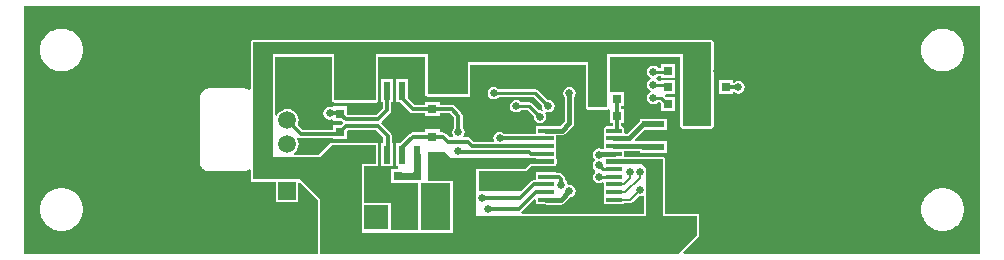
<source format=gbl>
G04*
G04 #@! TF.GenerationSoftware,Altium Limited,Altium Designer,22.1.2 (22)*
G04*
G04 Layer_Physical_Order=2*
G04 Layer_Color=16711680*
%FSAX44Y44*%
%MOMM*%
G71*
G04*
G04 #@! TF.SameCoordinates,85A146D6-B946-4844-9BAA-ECA2B8BB7C66*
G04*
G04*
G04 #@! TF.FilePolarity,Positive*
G04*
G01*
G75*
%ADD10C,0.2500*%
%ADD13C,0.2000*%
%ADD14R,0.8000X0.8000*%
%ADD16R,0.8000X0.8000*%
%ADD25R,1.4000X0.8000*%
%ADD30C,1.5000*%
%ADD52C,0.4000*%
%ADD53C,0.3000*%
%ADD54C,0.5000*%
%ADD55C,2.0000*%
%ADD56R,2.0000X2.0000*%
%ADD57R,1.5000X1.5000*%
%ADD58C,0.6500*%
%ADD59R,0.6000X1.5500*%
G04:AMPARAMS|DCode=60|XSize=1.55mm|YSize=0.6mm|CornerRadius=0.15mm|HoleSize=0mm|Usage=FLASHONLY|Rotation=270.000|XOffset=0mm|YOffset=0mm|HoleType=Round|Shape=RoundedRectangle|*
%AMROUNDEDRECTD60*
21,1,1.5500,0.3000,0,0,270.0*
21,1,1.2500,0.6000,0,0,270.0*
1,1,0.3000,-0.1500,-0.6250*
1,1,0.3000,-0.1500,0.6250*
1,1,0.3000,0.1500,0.6250*
1,1,0.3000,0.1500,-0.6250*
%
%ADD60ROUNDEDRECTD60*%
%ADD61R,0.6000X0.8000*%
%ADD62R,0.8000X1.4000*%
%ADD63R,1.3500X0.4000*%
G04:AMPARAMS|DCode=64|XSize=1.35mm|YSize=0.4mm|CornerRadius=0.1mm|HoleSize=0mm|Usage=FLASHONLY|Rotation=180.000|XOffset=0mm|YOffset=0mm|HoleType=Round|Shape=RoundedRectangle|*
%AMROUNDEDRECTD64*
21,1,1.3500,0.2000,0,0,180.0*
21,1,1.1500,0.4000,0,0,180.0*
1,1,0.2000,-0.5750,0.1000*
1,1,0.2000,0.5750,0.1000*
1,1,0.2000,0.5750,-0.1000*
1,1,0.2000,-0.5750,-0.1000*
%
%ADD64ROUNDEDRECTD64*%
%ADD65R,1.9000X0.6000*%
%ADD66R,1.9000X0.4000*%
%ADD67C,0.6000*%
%ADD68C,0.4500*%
G36*
X00344961Y00140000D02*
X00345000Y00139803D01*
Y00138250D01*
X00346019D01*
X00346220Y00138116D01*
X00347000Y00137961D01*
X00381000D01*
X00381780Y00138116D01*
X00382442Y00138558D01*
X00382884Y00139220D01*
X00383039Y00140000D01*
Y00164961D01*
X00480961D01*
Y00129000D01*
X00481116Y00128220D01*
X00481558Y00127558D01*
X00482220Y00127116D01*
X00483000Y00126961D01*
X00499000D01*
X00499780Y00127116D01*
X00499980Y00127249D01*
X00501250Y00126655D01*
Y00116000D01*
X00503681D01*
Y00113309D01*
X00499000D01*
X00497829Y00113076D01*
X00496837Y00112413D01*
X00496174Y00111421D01*
X00495941Y00110250D01*
Y00108250D01*
X00495988Y00108015D01*
X00496000Y00106750D01*
X00496000Y00106750D01*
X00496000Y00106750D01*
Y00093828D01*
X00494224D01*
X00494048Y00093945D01*
X00492000Y00094353D01*
X00489952Y00093945D01*
X00488215Y00092785D01*
X00487055Y00091048D01*
X00486647Y00089000D01*
X00487055Y00086952D01*
X00488176Y00085274D01*
X00488344Y00084930D01*
Y00084058D01*
X00488176Y00083714D01*
X00487055Y00082036D01*
X00486647Y00079988D01*
X00487055Y00077939D01*
X00488215Y00076203D01*
X00488881Y00075758D01*
Y00074230D01*
X00488215Y00073785D01*
X00487055Y00072048D01*
X00486647Y00070000D01*
X00487055Y00067952D01*
X00488215Y00066215D01*
X00489952Y00065055D01*
X00492000Y00064647D01*
X00494048Y00065055D01*
X00494730Y00065510D01*
X00496000Y00064831D01*
Y00053250D01*
Y00046750D01*
X00513500D01*
Y00047691D01*
X00518250D01*
X00518250Y00047691D01*
X00519421Y00047924D01*
X00520413Y00048587D01*
X00525643Y00053818D01*
X00526500Y00053647D01*
X00528548Y00054055D01*
X00528841Y00054250D01*
X00529961Y00053651D01*
Y00039039D01*
X00426658D01*
X00426273Y00040309D01*
X00426523Y00040477D01*
X00437327Y00051280D01*
X00438500Y00050794D01*
Y00046750D01*
X00446856D01*
X00447250Y00046672D01*
X00459750D01*
X00459750Y00046672D01*
X00461311Y00046982D01*
X00462634Y00047866D01*
X00467518Y00052750D01*
X00469048Y00053055D01*
X00470785Y00054215D01*
X00471945Y00055952D01*
X00472353Y00058000D01*
X00471945Y00060048D01*
X00470785Y00061785D01*
X00469048Y00062945D01*
X00467000Y00063353D01*
X00465749Y00063104D01*
X00465353Y00063500D01*
X00464945Y00065548D01*
X00463785Y00067285D01*
X00463569Y00067430D01*
Y00068000D01*
X00463297Y00069366D01*
X00462523Y00070523D01*
X00460273Y00072773D01*
X00459116Y00073547D01*
X00457750Y00073818D01*
X00456000D01*
Y00074250D01*
X00438500D01*
Y00067319D01*
X00436750D01*
X00435384Y00067047D01*
X00434227Y00066273D01*
X00425953Y00058000D01*
X00390039D01*
Y00074961D01*
X00430000D01*
X00430000Y00074961D01*
X00430780Y00075116D01*
X00431442Y00075558D01*
X00431442Y00075558D01*
X00434845Y00078961D01*
X00437559D01*
X00437780Y00078917D01*
X00450750D01*
X00450971Y00078961D01*
X00454000D01*
X00454780Y00079116D01*
X00454981Y00079250D01*
X00456000D01*
Y00080803D01*
X00456039Y00081000D01*
Y00085000D01*
X00456000Y00085197D01*
Y00092250D01*
Y00098750D01*
Y00105172D01*
X00460250D01*
X00460250Y00105172D01*
X00461811Y00105482D01*
X00463134Y00106366D01*
X00469884Y00113116D01*
X00469884Y00113116D01*
X00470768Y00114439D01*
X00471078Y00116000D01*
X00471078Y00116000D01*
Y00137654D01*
X00471945Y00138952D01*
X00472353Y00141000D01*
X00471945Y00143048D01*
X00470785Y00144785D01*
X00469048Y00145945D01*
X00467000Y00146353D01*
X00464952Y00145945D01*
X00463215Y00144785D01*
X00462055Y00143048D01*
X00461647Y00141000D01*
X00462055Y00138952D01*
X00462922Y00137654D01*
Y00117689D01*
X00458561Y00113328D01*
X00447250D01*
X00446856Y00113250D01*
X00438500D01*
Y00106319D01*
X00412097D01*
X00411785Y00106785D01*
X00410048Y00107945D01*
X00408000Y00108353D01*
X00405952Y00107945D01*
X00404215Y00106785D01*
X00403055Y00105048D01*
X00402647Y00103000D01*
X00403027Y00101089D01*
X00402940Y00100708D01*
X00402465Y00099819D01*
X00386228D01*
X00383523Y00102523D01*
X00382366Y00103297D01*
X00381000Y00103569D01*
X00377881D01*
X00377202Y00104839D01*
X00377945Y00105952D01*
X00378353Y00108000D01*
X00377945Y00110048D01*
X00376785Y00111785D01*
X00376569Y00111930D01*
Y00122000D01*
X00376297Y00123366D01*
X00375523Y00124523D01*
X00369773Y00130273D01*
X00368616Y00131047D01*
X00367250Y00131319D01*
X00357000D01*
Y00133750D01*
X00345000D01*
Y00131319D01*
X00335728D01*
X00330350Y00136697D01*
Y00152750D01*
X00320350D01*
Y00133250D01*
X00323703D01*
X00331727Y00125227D01*
X00332884Y00124453D01*
X00334250Y00124181D01*
X00345000D01*
Y00121750D01*
X00357000D01*
Y00124181D01*
X00365772D01*
X00369431Y00120522D01*
Y00111930D01*
X00369215Y00111785D01*
X00368055Y00110048D01*
X00367647Y00108000D01*
X00368055Y00105952D01*
X00368798Y00104839D01*
X00368119Y00103569D01*
X00365478D01*
X00362273Y00106773D01*
X00361116Y00107547D01*
X00359750Y00107819D01*
X00357000D01*
Y00110250D01*
X00345000D01*
Y00107819D01*
X00334250D01*
X00332884Y00107547D01*
X00331727Y00106773D01*
X00323703Y00098750D01*
X00320350D01*
Y00079250D01*
X00322000D01*
Y00077000D01*
X00316000D01*
Y00065000D01*
X00322000D01*
Y00065000D01*
X00334000D01*
Y00065000D01*
X00338961D01*
X00338961Y00065000D01*
Y00025039D01*
X00315600D01*
Y00048000D01*
X00293039D01*
Y00078961D01*
X00303000D01*
X00303780Y00079116D01*
X00303981Y00079250D01*
X00304950D01*
Y00080552D01*
X00305039Y00081000D01*
Y00097000D01*
X00304950Y00097449D01*
Y00098750D01*
X00303981D01*
X00303780Y00098884D01*
X00303000Y00099039D01*
X00266000D01*
X00265220Y00098884D01*
X00264558Y00098442D01*
X00264558Y00098442D01*
X00255155Y00089039D01*
X00234014D01*
X00233582Y00090309D01*
X00234775Y00091225D01*
X00236298Y00093209D01*
X00237255Y00095520D01*
X00237582Y00098000D01*
X00237255Y00100480D01*
X00236298Y00102791D01*
X00236074Y00103084D01*
X00237031Y00103923D01*
X00237227Y00103727D01*
X00238384Y00102953D01*
X00239750Y00102681D01*
X00267000D01*
Y00102250D01*
X00279000D01*
Y00109203D01*
X00279228Y00109431D01*
X00303522D01*
X00309431Y00103522D01*
Y00098750D01*
X00307650D01*
Y00079250D01*
X00317650D01*
Y00098750D01*
X00316569D01*
Y00105000D01*
X00316297Y00106366D01*
X00315523Y00107523D01*
X00307868Y00115179D01*
X00307650Y00116000D01*
X00307868Y00116821D01*
X00315173Y00124127D01*
X00315947Y00125284D01*
X00316219Y00126650D01*
Y00133250D01*
X00317650D01*
Y00152750D01*
X00307650D01*
Y00133250D01*
X00309081D01*
Y00128128D01*
X00303522Y00122569D01*
X00279228D01*
X00279000Y00122797D01*
Y00129750D01*
X00267000D01*
Y00129721D01*
X00265730Y00129009D01*
X00264000Y00129353D01*
X00261952Y00128945D01*
X00260215Y00127785D01*
X00259055Y00126048D01*
X00258647Y00124000D01*
X00259055Y00121952D01*
X00260215Y00120215D01*
X00261952Y00119055D01*
X00264000Y00118647D01*
X00265730Y00118991D01*
X00267000Y00118279D01*
Y00117750D01*
X00273953D01*
X00274883Y00116821D01*
X00275100Y00116000D01*
X00274883Y00115179D01*
X00273953Y00114250D01*
X00267000D01*
Y00109819D01*
X00241228D01*
X00236749Y00114298D01*
X00237255Y00115520D01*
X00237582Y00118000D01*
X00237255Y00120480D01*
X00236298Y00122791D01*
X00234775Y00124775D01*
X00232791Y00126298D01*
X00230480Y00127255D01*
X00228000Y00127582D01*
X00225520Y00127255D01*
X00223209Y00126298D01*
X00221224Y00124775D01*
X00219702Y00122791D01*
X00219309Y00121843D01*
X00218039Y00122096D01*
Y00171961D01*
X00265961D01*
Y00135000D01*
X00266116Y00134220D01*
X00266558Y00133558D01*
X00267220Y00133116D01*
X00268000Y00132961D01*
X00303000D01*
X00303780Y00133116D01*
X00304442Y00133558D01*
X00304884Y00134220D01*
X00305039Y00135000D01*
Y00171961D01*
X00344961D01*
Y00140000D01*
D02*
G37*
G36*
X00587000Y00161774D02*
X00586647Y00160000D01*
X00587000Y00158226D01*
Y00113000D01*
X00563000D01*
Y00174000D01*
X00499000D01*
Y00129000D01*
X00483000D01*
Y00167000D01*
X00381000D01*
Y00140000D01*
X00347000D01*
Y00174000D01*
X00303000D01*
Y00135000D01*
X00268000D01*
Y00174000D01*
X00216000D01*
Y00087000D01*
X00256000D01*
X00266000Y00097000D01*
X00303000D01*
Y00081000D01*
X00291000D01*
Y00023000D01*
X00340803D01*
X00341000Y00022961D01*
X00366000D01*
X00366197Y00023000D01*
X00368000D01*
Y00024803D01*
X00368039Y00025000D01*
X00368039Y00065000D01*
X00368000Y00065197D01*
Y00067000D01*
X00366197D01*
X00366000Y00067039D01*
X00347000D01*
Y00091000D01*
X00362000D01*
X00367000Y00086000D01*
X00438500Y00086000D01*
Y00085750D01*
X00438500D01*
Y00085500D01*
X00440500D01*
X00441000Y00085000D01*
X00454000Y00085000D01*
Y00081000D01*
X00434000D01*
X00430000Y00077000D01*
X00388000D01*
Y00053774D01*
X00387647Y00052000D01*
X00388000Y00050226D01*
Y00037000D01*
X00532000D01*
Y00077000D01*
X00528000Y00081000D01*
X00498000D01*
Y00085000D01*
X00546000Y00085000D01*
Y00037000D01*
X00575000D01*
Y00021000D01*
X00559000Y00005000D01*
X00256000Y00005002D01*
X00256000Y00051000D01*
X00239000Y00068000D01*
X00199000Y00068000D01*
Y00081911D01*
X00199098Y00082403D01*
Y00082403D01*
Y00082403D01*
Y00083000D01*
X00199098Y00137000D01*
Y00137597D01*
Y00137597D01*
Y00137597D01*
X00199000Y00138089D01*
Y00184000D01*
X00587000D01*
Y00161774D01*
D02*
G37*
G36*
X00814902Y00005098D02*
X00563641D01*
X00563155Y00006271D01*
X00576442Y00019558D01*
X00576884Y00020220D01*
X00577039Y00021000D01*
Y00037000D01*
X00576884Y00037780D01*
X00576442Y00038442D01*
X00575780Y00038884D01*
X00575000Y00039039D01*
X00548039D01*
Y00085000D01*
X00547884Y00085780D01*
X00547442Y00086442D01*
X00546780Y00086884D01*
X00546000Y00087039D01*
X00513500Y00087039D01*
Y00092121D01*
X00526500D01*
Y00090500D01*
X00549500D01*
Y00100500D01*
X00526500D01*
Y00100278D01*
X00522705D01*
X00522219Y00101452D01*
X00530268Y00109500D01*
X00549500D01*
Y00119500D01*
X00526500D01*
Y00117268D01*
X00516061Y00106828D01*
X00514569D01*
X00513529Y00108098D01*
X00513559Y00108250D01*
Y00110250D01*
X00513326Y00111421D01*
X00512663Y00112413D01*
X00511670Y00113076D01*
X00510818Y00113245D01*
Y00116000D01*
X00513250D01*
Y00128000D01*
X00510818D01*
Y00130000D01*
X00513250D01*
Y00142000D01*
X00501250D01*
X00501039Y00143183D01*
Y00171961D01*
X00560961D01*
Y00113000D01*
X00561116Y00112220D01*
X00561558Y00111558D01*
X00562220Y00111116D01*
X00563000Y00110961D01*
X00587000D01*
X00587780Y00111116D01*
X00588442Y00111558D01*
X00588884Y00112220D01*
X00589039Y00113000D01*
Y00158226D01*
X00589000Y00158423D01*
Y00158624D01*
X00588750Y00159881D01*
Y00160119D01*
X00589000Y00161376D01*
Y00161577D01*
X00589039Y00161774D01*
Y00184000D01*
X00588884Y00184780D01*
X00588442Y00185442D01*
X00587780Y00185884D01*
X00587000Y00186039D01*
X00199000D01*
X00198220Y00185884D01*
X00197558Y00185442D01*
X00197116Y00184780D01*
X00196961Y00184000D01*
Y00144237D01*
X00195691Y00143558D01*
X00194650Y00144253D01*
X00193548Y00144710D01*
X00191597Y00145098D01*
X00161403Y00145098D01*
X00159452Y00144710D01*
X00158350Y00144253D01*
X00156696Y00143148D01*
X00156696Y00143148D01*
X00155852Y00142304D01*
X00154747Y00140650D01*
X00154290Y00139548D01*
X00153902Y00137597D01*
X00153902Y00082403D01*
X00154290Y00080452D01*
X00154747Y00079350D01*
X00155852Y00077696D01*
X00156696Y00076852D01*
X00158350Y00075747D01*
X00159452Y00075290D01*
X00161403Y00074902D01*
X00191597Y00074902D01*
X00193548Y00075290D01*
X00194650Y00075747D01*
X00195691Y00076442D01*
X00196961Y00075763D01*
Y00068000D01*
X00197116Y00067220D01*
X00197558Y00066558D01*
X00198220Y00066116D01*
X00199000Y00065961D01*
X00218500Y00065961D01*
Y00048500D01*
X00237500D01*
Y00064820D01*
X00238770Y00065346D01*
X00253961Y00050155D01*
X00253961Y00005098D01*
X00005098D01*
Y00214902D01*
X00814902D01*
Y00005098D01*
D02*
G37*
G36*
X00366000Y00025000D02*
X00341000D01*
Y00065000D01*
X00366000D01*
X00366000Y00025000D01*
D02*
G37*
%LPC*%
G36*
X00403000Y00146353D02*
X00400952Y00145945D01*
X00399215Y00144785D01*
X00398055Y00143048D01*
X00397647Y00141000D01*
X00398055Y00138952D01*
X00399215Y00137215D01*
X00400952Y00136055D01*
X00403000Y00135647D01*
X00405048Y00136055D01*
X00406785Y00137215D01*
X00407100Y00137686D01*
X00436627D01*
X00443758Y00130556D01*
X00443647Y00130000D01*
X00444055Y00127952D01*
X00444680Y00127016D01*
X00444363Y00126479D01*
X00443840Y00125987D01*
X00442000Y00126353D01*
X00441444Y00126242D01*
X00435343Y00132343D01*
X00434268Y00133061D01*
X00433000Y00133314D01*
X00426100D01*
X00425785Y00133785D01*
X00424048Y00134945D01*
X00422000Y00135353D01*
X00419952Y00134945D01*
X00418215Y00133785D01*
X00417055Y00132048D01*
X00416647Y00130000D01*
X00417055Y00127952D01*
X00418215Y00126215D01*
X00419952Y00125055D01*
X00422000Y00124647D01*
X00424048Y00125055D01*
X00425785Y00126215D01*
X00426100Y00126686D01*
X00431628D01*
X00436758Y00121556D01*
X00436647Y00121000D01*
X00437055Y00118952D01*
X00438215Y00117215D01*
X00439952Y00116055D01*
X00442000Y00115647D01*
X00444048Y00116055D01*
X00445785Y00117215D01*
X00446945Y00118952D01*
X00447353Y00121000D01*
X00446945Y00123048D01*
X00446320Y00123984D01*
X00446637Y00124521D01*
X00447160Y00125013D01*
X00449000Y00124647D01*
X00451048Y00125055D01*
X00452785Y00126215D01*
X00453945Y00127952D01*
X00454353Y00130000D01*
X00453945Y00132048D01*
X00452785Y00133785D01*
X00451048Y00134945D01*
X00449000Y00135353D01*
X00448444Y00135242D01*
X00440343Y00143343D01*
X00439268Y00144061D01*
X00438000Y00144314D01*
X00407100D01*
X00406785Y00144785D01*
X00405048Y00145945D01*
X00403000Y00146353D01*
D02*
G37*
G36*
X00556750Y00166000D02*
X00544750D01*
Y00162314D01*
X00542100D01*
X00541785Y00162785D01*
X00540048Y00163945D01*
X00538000Y00164353D01*
X00535952Y00163945D01*
X00534215Y00162785D01*
X00533055Y00161048D01*
X00532647Y00159000D01*
X00533055Y00156952D01*
X00534215Y00155215D01*
X00535737Y00154198D01*
X00535851Y00153533D01*
Y00153467D01*
X00535737Y00152802D01*
X00534215Y00151785D01*
X00533055Y00150048D01*
X00532647Y00148000D01*
X00533055Y00145952D01*
X00534215Y00144215D01*
X00535737Y00143198D01*
X00535851Y00142533D01*
Y00142467D01*
X00535737Y00141802D01*
X00534215Y00140785D01*
X00533055Y00139048D01*
X00532647Y00137000D01*
X00533055Y00134952D01*
X00534215Y00133215D01*
X00535952Y00132055D01*
X00538000Y00131647D01*
X00540048Y00132055D01*
X00541785Y00133215D01*
X00542100Y00133686D01*
X00543377D01*
X00544750Y00132314D01*
Y00126000D01*
X00556750D01*
Y00138000D01*
X00548636D01*
X00547966Y00138840D01*
X00548472Y00140000D01*
X00556750D01*
Y00152000D01*
X00544750D01*
Y00151314D01*
X00542100D01*
X00541785Y00151785D01*
X00540262Y00152802D01*
X00540149Y00153467D01*
Y00153533D01*
X00540262Y00154198D01*
X00541785Y00155215D01*
X00542100Y00155686D01*
X00544750D01*
Y00154000D01*
X00556750D01*
Y00166000D01*
D02*
G37*
G36*
X00038280Y00195662D02*
X00035720D01*
X00035227Y00195564D01*
X00034725D01*
X00032213Y00195064D01*
X00031750Y00194872D01*
X00031257Y00194774D01*
X00028891Y00193794D01*
X00028474Y00193515D01*
X00028010Y00193323D01*
X00025881Y00191900D01*
X00025526Y00191545D01*
X00025108Y00191266D01*
X00023297Y00189455D01*
X00023018Y00189038D01*
X00022663Y00188683D01*
X00021241Y00186554D01*
X00021049Y00186090D01*
X00020770Y00185672D01*
X00019790Y00183306D01*
X00019692Y00182814D01*
X00019499Y00182350D01*
X00019000Y00179838D01*
Y00179336D01*
X00018902Y00178844D01*
Y00176283D01*
X00019000Y00175791D01*
Y00175289D01*
X00019499Y00172777D01*
X00019692Y00172313D01*
X00019790Y00171821D01*
X00020770Y00169455D01*
X00021049Y00169037D01*
X00021241Y00168573D01*
X00022663Y00166444D01*
X00023019Y00166089D01*
X00023297Y00165672D01*
X00025108Y00163861D01*
X00025526Y00163582D01*
X00025881Y00163227D01*
X00028010Y00161804D01*
X00028474Y00161612D01*
X00028891Y00161333D01*
X00031257Y00160353D01*
X00031749Y00160255D01*
X00032213Y00160063D01*
X00034725Y00159564D01*
X00035227D01*
X00035720Y00159466D01*
X00038280D01*
X00038773Y00159564D01*
X00039275D01*
X00041786Y00160063D01*
X00042250Y00160255D01*
X00042743Y00160353D01*
X00045109Y00161333D01*
X00045526Y00161612D01*
X00045990Y00161804D01*
X00048119Y00163227D01*
X00048474Y00163582D01*
X00048892Y00163861D01*
X00050703Y00165672D01*
X00050981Y00166089D01*
X00051336Y00166444D01*
X00052759Y00168573D01*
X00052951Y00169037D01*
X00053230Y00169455D01*
X00054210Y00171821D01*
X00054308Y00172313D01*
X00054500Y00172777D01*
X00055000Y00175289D01*
Y00175791D01*
X00055098Y00176283D01*
Y00178844D01*
X00055000Y00179336D01*
Y00179839D01*
X00054500Y00182350D01*
X00054308Y00182814D01*
X00054210Y00183306D01*
X00053230Y00185672D01*
X00052951Y00186090D01*
X00052759Y00186554D01*
X00051336Y00188683D01*
X00050981Y00189038D01*
X00050703Y00189455D01*
X00048892Y00191266D01*
X00048474Y00191545D01*
X00048119Y00191900D01*
X00045990Y00193323D01*
X00045526Y00193515D01*
X00045109Y00193794D01*
X00042743Y00194774D01*
X00042250Y00194872D01*
X00041786Y00195064D01*
X00039275Y00195564D01*
X00038773D01*
X00038280Y00195662D01*
D02*
G37*
G36*
X00784280Y00195598D02*
X00781720D01*
X00781227Y00195500D01*
X00780725D01*
X00778213Y00195000D01*
X00777749Y00194808D01*
X00777257Y00194710D01*
X00774891Y00193730D01*
X00774474Y00193451D01*
X00774010Y00193259D01*
X00771881Y00191836D01*
X00771526Y00191481D01*
X00771108Y00191203D01*
X00769297Y00189392D01*
X00769018Y00188974D01*
X00768663Y00188619D01*
X00767241Y00186490D01*
X00767049Y00186026D01*
X00766770Y00185609D01*
X00765790Y00183243D01*
X00765692Y00182750D01*
X00765499Y00182286D01*
X00765000Y00179775D01*
Y00179273D01*
X00764902Y00178780D01*
Y00176220D01*
X00765000Y00175727D01*
Y00175225D01*
X00765499Y00172714D01*
X00765692Y00172250D01*
X00765790Y00171757D01*
X00766770Y00169391D01*
X00767048Y00168974D01*
X00767241Y00168510D01*
X00768663Y00166381D01*
X00769018Y00166026D01*
X00769297Y00165608D01*
X00771108Y00163797D01*
X00771526Y00163519D01*
X00771881Y00163164D01*
X00774010Y00161741D01*
X00774474Y00161549D01*
X00774891Y00161270D01*
X00777257Y00160290D01*
X00777749Y00160192D01*
X00778214Y00160000D01*
X00780725Y00159500D01*
X00781227D01*
X00781720Y00159402D01*
X00784280D01*
X00784773Y00159500D01*
X00785275D01*
X00787786Y00160000D01*
X00788250Y00160192D01*
X00788743Y00160290D01*
X00791109Y00161270D01*
X00791526Y00161549D01*
X00791990Y00161741D01*
X00794119Y00163164D01*
X00794474Y00163519D01*
X00794892Y00163797D01*
X00796702Y00165608D01*
X00796982Y00166026D01*
X00797337Y00166381D01*
X00798759Y00168510D01*
X00798951Y00168974D01*
X00799230Y00169391D01*
X00800210Y00171757D01*
X00800308Y00172250D01*
X00800500Y00172714D01*
X00801000Y00175225D01*
Y00175727D01*
X00801098Y00176220D01*
Y00178780D01*
X00801000Y00179273D01*
Y00179775D01*
X00800500Y00182286D01*
X00800308Y00182750D01*
X00800210Y00183243D01*
X00799230Y00185609D01*
X00798951Y00186026D01*
X00798759Y00186490D01*
X00797337Y00188619D01*
X00796981Y00188974D01*
X00796702Y00189392D01*
X00794892Y00191203D01*
X00794474Y00191481D01*
X00794119Y00191836D01*
X00791990Y00193259D01*
X00791526Y00193451D01*
X00791109Y00193730D01*
X00788743Y00194710D01*
X00788250Y00194808D01*
X00787786Y00195000D01*
X00785275Y00195500D01*
X00784773D01*
X00784280Y00195598D01*
D02*
G37*
G36*
X00605250Y00152000D02*
X00593250D01*
Y00140000D01*
X00605250D01*
Y00141449D01*
X00605480Y00141631D01*
X00606520Y00142011D01*
X00607952Y00141055D01*
X00610000Y00140647D01*
X00612048Y00141055D01*
X00613785Y00142215D01*
X00614945Y00143952D01*
X00615353Y00146000D01*
X00614945Y00148048D01*
X00613785Y00149785D01*
X00612048Y00150945D01*
X00610000Y00151353D01*
X00607952Y00150945D01*
X00606520Y00149989D01*
X00605480Y00150369D01*
X00605250Y00150551D01*
Y00152000D01*
D02*
G37*
G36*
X00038280Y00060662D02*
X00035720D01*
X00035227Y00060564D01*
X00034725D01*
X00032213Y00060064D01*
X00031750Y00059872D01*
X00031257Y00059774D01*
X00028891Y00058794D01*
X00028474Y00058515D01*
X00028010Y00058323D01*
X00025881Y00056900D01*
X00025526Y00056545D01*
X00025108Y00056266D01*
X00023297Y00054455D01*
X00023018Y00054038D01*
X00022663Y00053683D01*
X00021241Y00051554D01*
X00021049Y00051090D01*
X00020770Y00050672D01*
X00019790Y00048306D01*
X00019692Y00047814D01*
X00019499Y00047350D01*
X00019000Y00044838D01*
Y00044336D01*
X00018902Y00043844D01*
Y00041283D01*
X00019000Y00040791D01*
Y00040289D01*
X00019499Y00037777D01*
X00019692Y00037313D01*
X00019790Y00036821D01*
X00020770Y00034455D01*
X00021049Y00034037D01*
X00021241Y00033573D01*
X00022663Y00031444D01*
X00023019Y00031089D01*
X00023297Y00030672D01*
X00025108Y00028861D01*
X00025526Y00028582D01*
X00025881Y00028227D01*
X00028010Y00026804D01*
X00028474Y00026612D01*
X00028891Y00026333D01*
X00031257Y00025353D01*
X00031749Y00025255D01*
X00032213Y00025063D01*
X00034725Y00024564D01*
X00035227D01*
X00035720Y00024466D01*
X00038280D01*
X00038773Y00024564D01*
X00039275D01*
X00041786Y00025063D01*
X00042250Y00025255D01*
X00042743Y00025353D01*
X00045109Y00026333D01*
X00045526Y00026612D01*
X00045990Y00026804D01*
X00048119Y00028227D01*
X00048474Y00028582D01*
X00048892Y00028861D01*
X00050703Y00030672D01*
X00050981Y00031089D01*
X00051336Y00031444D01*
X00052759Y00033573D01*
X00052951Y00034037D01*
X00053230Y00034455D01*
X00054210Y00036821D01*
X00054308Y00037313D01*
X00054500Y00037777D01*
X00055000Y00040289D01*
Y00040791D01*
X00055098Y00041283D01*
Y00043844D01*
X00055000Y00044336D01*
Y00044839D01*
X00054500Y00047350D01*
X00054308Y00047814D01*
X00054210Y00048306D01*
X00053230Y00050672D01*
X00052951Y00051090D01*
X00052759Y00051554D01*
X00051336Y00053683D01*
X00050981Y00054038D01*
X00050703Y00054455D01*
X00048892Y00056266D01*
X00048474Y00056545D01*
X00048119Y00056900D01*
X00045990Y00058323D01*
X00045526Y00058515D01*
X00045109Y00058794D01*
X00042743Y00059774D01*
X00042250Y00059872D01*
X00041786Y00060064D01*
X00039275Y00060564D01*
X00038773D01*
X00038280Y00060662D01*
D02*
G37*
G36*
X00784280Y00060598D02*
X00781720D01*
X00781227Y00060500D01*
X00780725D01*
X00778213Y00060000D01*
X00777749Y00059808D01*
X00777257Y00059710D01*
X00774891Y00058730D01*
X00774474Y00058451D01*
X00774010Y00058259D01*
X00771881Y00056837D01*
X00771526Y00056481D01*
X00771108Y00056203D01*
X00769297Y00054392D01*
X00769018Y00053974D01*
X00768663Y00053619D01*
X00767241Y00051490D01*
X00767049Y00051026D01*
X00766770Y00050609D01*
X00765790Y00048243D01*
X00765692Y00047750D01*
X00765499Y00047287D01*
X00765000Y00044775D01*
Y00044273D01*
X00764902Y00043780D01*
Y00041220D01*
X00765000Y00040727D01*
Y00040225D01*
X00765499Y00037713D01*
X00765692Y00037250D01*
X00765790Y00036757D01*
X00766770Y00034391D01*
X00767048Y00033974D01*
X00767241Y00033510D01*
X00768663Y00031381D01*
X00769018Y00031026D01*
X00769297Y00030608D01*
X00771108Y00028798D01*
X00771526Y00028519D01*
X00771881Y00028163D01*
X00774010Y00026741D01*
X00774474Y00026549D01*
X00774891Y00026270D01*
X00777257Y00025290D01*
X00777749Y00025192D01*
X00778214Y00025000D01*
X00780725Y00024500D01*
X00781227D01*
X00781720Y00024402D01*
X00784280D01*
X00784773Y00024500D01*
X00785275D01*
X00787786Y00025000D01*
X00788250Y00025192D01*
X00788743Y00025290D01*
X00791109Y00026270D01*
X00791526Y00026549D01*
X00791990Y00026741D01*
X00794119Y00028163D01*
X00794474Y00028519D01*
X00794892Y00028798D01*
X00796702Y00030608D01*
X00796982Y00031026D01*
X00797337Y00031381D01*
X00798759Y00033510D01*
X00798951Y00033974D01*
X00799230Y00034391D01*
X00800210Y00036757D01*
X00800308Y00037250D01*
X00800500Y00037713D01*
X00801000Y00040225D01*
Y00040727D01*
X00801098Y00041220D01*
Y00043780D01*
X00801000Y00044273D01*
Y00044775D01*
X00800500Y00047287D01*
X00800308Y00047750D01*
X00800210Y00048243D01*
X00799230Y00050609D01*
X00798951Y00051026D01*
X00798759Y00051490D01*
X00797337Y00053619D01*
X00796981Y00053974D01*
X00796702Y00054392D01*
X00794892Y00056203D01*
X00794474Y00056481D01*
X00794119Y00056837D01*
X00791990Y00058259D01*
X00791526Y00058451D01*
X00791109Y00058730D01*
X00788743Y00059710D01*
X00788250Y00059808D01*
X00787786Y00060000D01*
X00785275Y00060500D01*
X00784773D01*
X00784280Y00060598D01*
D02*
G37*
%LPD*%
D10*
X00438000Y00141000D02*
X00449000Y00130000D01*
X00403000Y00141000D02*
X00438000D01*
X00433000Y00130000D02*
X00442000Y00121000D01*
X00422000Y00130000D02*
X00433000D01*
X00492000Y00070000D02*
X00492250Y00070250D01*
X00504750D01*
X00495238Y00076750D02*
X00504750D01*
X00492000Y00079988D02*
X00495238Y00076750D01*
X00544750Y00137000D02*
X00550750Y00131000D01*
X00549750Y00159000D02*
X00550750Y00160000D01*
X00538000Y00159000D02*
X00549750D01*
X00538000Y00148000D02*
X00550750D01*
Y00145000D02*
Y00148000D01*
X00538000Y00137000D02*
X00544750D01*
D13*
X00518000Y00069000D02*
Y00074000D01*
X00526500Y00069500D02*
Y00074000D01*
X00518250Y00050750D02*
X00526500Y00059000D01*
X00504750Y00050750D02*
X00518250D01*
X00514250Y00057250D02*
X00526500Y00069500D01*
X00504750Y00057250D02*
X00514250D01*
X00512750Y00063750D02*
X00518000Y00069000D01*
X00504750Y00063750D02*
X00512750D01*
D14*
X00550750Y00132000D02*
D03*
X00567250D02*
D03*
X00550750Y00146000D02*
D03*
X00567250Y00146000D02*
D03*
X00599250Y00146000D02*
D03*
X00582750D02*
D03*
X00550750Y00160000D02*
D03*
X00567250D02*
D03*
X00305500Y00071000D02*
D03*
X00322000D02*
D03*
X00354250D02*
D03*
X00337750D02*
D03*
X00599250Y00160000D02*
D03*
X00582750D02*
D03*
X00328750Y00057000D02*
D03*
X00345250D02*
D03*
X00553250Y00070000D02*
D03*
X00536750Y00070000D02*
D03*
X00507250Y00122000D02*
D03*
X00490750D02*
D03*
X00507250Y00136000D02*
D03*
X00490750D02*
D03*
D16*
X00351000Y00087750D02*
D03*
Y00104250D02*
D03*
X00351000Y00127750D02*
D03*
Y00144250D02*
D03*
X00287000Y00087750D02*
D03*
Y00104250D02*
D03*
X00273000Y00140250D02*
D03*
Y00123750D02*
D03*
X00287000Y00127750D02*
D03*
X00287000Y00144250D02*
D03*
X00273000Y00091750D02*
D03*
X00273000Y00108250D02*
D03*
X00417000Y00064750D02*
D03*
Y00081250D02*
D03*
D25*
X00400000Y00082000D02*
D03*
Y00062000D02*
D03*
D30*
X00228000Y00138000D02*
D03*
Y00118000D02*
D03*
Y00078000D02*
D03*
Y00098000D02*
D03*
D52*
X00491750Y00089750D02*
X00504750D01*
X00491000Y00089000D02*
X00491750Y00089750D01*
X00517750Y00102750D02*
X00529500Y00114500D01*
X00538000D01*
X00504750Y00102750D02*
X00517750D01*
X00538000Y00095500D02*
X00538700Y00096200D01*
X00537300D02*
X00538000Y00095500D01*
X00504800Y00096200D02*
X00537300D01*
X00459750Y00050750D02*
X00467000Y00058000D01*
X00447250Y00050750D02*
X00459750D01*
X00425000Y00065000D02*
X00436750Y00076750D01*
X00447250D01*
X00400000Y00062000D02*
X00402750Y00064750D01*
X00417000D01*
X00416000Y00065000D02*
X00425000D01*
X00447250Y00109250D02*
X00460250D01*
X00467000Y00116000D02*
Y00141000D01*
X00460250Y00109250D02*
X00467000Y00116000D01*
X00304000Y00036000D02*
Y00036800D01*
D53*
X00334250Y00104250D02*
X00351000D01*
X00325350Y00095350D02*
X00334250Y00104250D01*
X00351000D02*
X00359750D01*
X00364000Y00100000D02*
X00381000D01*
X00359750Y00104250D02*
X00364000Y00100000D01*
X00381000D02*
X00384750Y00096250D01*
X00433000Y00091250D02*
X00434500Y00089750D01*
X00380679Y00091250D02*
X00433000D01*
X00434500Y00089750D02*
X00447250D01*
X00325350Y00136650D02*
Y00143000D01*
X00334250Y00127750D02*
X00342750D01*
X00325350Y00136650D02*
X00334250Y00127750D01*
X00325350Y00089000D02*
Y00095350D01*
X00342750Y00127750D02*
X00351000D01*
X00277750Y00119000D02*
X00305000D01*
X00312650Y00126650D01*
X00273000Y00123750D02*
X00277750Y00119000D01*
X00273000Y00108250D02*
X00277750Y00113000D01*
X00305000D01*
X00313000Y00105000D01*
X00239750Y00106250D02*
X00273000D01*
X00228000Y00118000D02*
X00239750Y00106250D01*
X00373000Y00109000D02*
Y00122000D01*
X00351000Y00127750D02*
X00367250D01*
X00373000Y00122000D01*
X00384750Y00096250D02*
X00447250D01*
X00373000Y00093000D02*
X00374750Y00091250D01*
X00380679D01*
X00460000Y00064000D02*
Y00068000D01*
Y00063500D02*
Y00064000D01*
X00408000Y00103000D02*
X00408250Y00102750D01*
X00447250D01*
X00599250Y00146000D02*
X00610000D01*
X00398000Y00043000D02*
X00424000D01*
X00438250Y00057250D02*
X00447250D01*
X00424000Y00043000D02*
X00438250Y00057250D01*
X00436750Y00063750D02*
X00447250D01*
X00425000Y00052000D02*
X00436750Y00063750D01*
X00393000Y00052000D02*
X00425000D01*
X00447250Y00070250D02*
X00457750D01*
X00460000Y00068000D01*
X00504750Y00109250D02*
X00506804D01*
X00507250Y00108804D02*
Y00122000D01*
X00506804Y00109250D02*
X00507250Y00108804D01*
Y00122000D02*
Y00136000D01*
X00312650Y00126650D02*
Y00143000D01*
X00264000Y00124000D02*
X00274000D01*
X00313000Y00091000D02*
Y00105000D01*
X00228000Y00098000D02*
X00229000D01*
D54*
X00287000Y00128000D02*
X00296000D01*
X00287000Y00104000D02*
X00296000D01*
D55*
X00329000Y00036000D02*
D03*
X00354400D02*
D03*
D56*
X00303600D02*
D03*
D57*
X00228000Y00058000D02*
D03*
D58*
X00776556Y00199020D02*
D03*
X00791556Y00109020D02*
D03*
X00776556Y00019020D02*
D03*
X00746556Y00199020D02*
D03*
X00761556Y00169020D02*
D03*
Y00109020D02*
D03*
Y00049020D02*
D03*
X00716556Y00199020D02*
D03*
X00731556Y00169020D02*
D03*
Y00109020D02*
D03*
Y00049020D02*
D03*
X00686556Y00139020D02*
D03*
Y00079020D02*
D03*
X00701556Y00049020D02*
D03*
X00671556Y00169020D02*
D03*
X00656556Y00139020D02*
D03*
X00671556Y00109020D02*
D03*
X00656556Y00079020D02*
D03*
X00671556Y00049020D02*
D03*
X00641556Y00169020D02*
D03*
X00626556Y00139020D02*
D03*
X00641556Y00109020D02*
D03*
X00626556Y00079020D02*
D03*
X00641556Y00049020D02*
D03*
X00611556Y00169020D02*
D03*
Y00109020D02*
D03*
X00596556Y00079020D02*
D03*
X00191556Y00169020D02*
D03*
X00161556D02*
D03*
X00146556Y00139020D02*
D03*
Y00079020D02*
D03*
X00116556Y00019020D02*
D03*
X00086556Y00199020D02*
D03*
X00101556Y00169020D02*
D03*
Y00109020D02*
D03*
X00086556Y00019020D02*
D03*
X00056556Y00199020D02*
D03*
X00071556Y00169020D02*
D03*
Y00109020D02*
D03*
Y00049020D02*
D03*
X00056556Y00019020D02*
D03*
X00026556Y00199020D02*
D03*
Y00139020D02*
D03*
X00041556Y00109020D02*
D03*
X00026556Y00079020D02*
D03*
Y00019020D02*
D03*
X00492000Y00089000D02*
D03*
X00335000Y00116000D02*
D03*
X00319000D02*
D03*
X00351000D02*
D03*
X00492000Y00058000D02*
D03*
X00421000Y00157000D02*
D03*
X00423000Y00171000D02*
D03*
X00627000Y00196000D02*
D03*
X00642000D02*
D03*
X00657000D02*
D03*
X00672000D02*
D03*
X00552000D02*
D03*
X00567000D02*
D03*
X00582000D02*
D03*
X00597000D02*
D03*
X00612000D02*
D03*
X00477000D02*
D03*
X00492000D02*
D03*
X00507000D02*
D03*
X00522000D02*
D03*
X00537000D02*
D03*
X00402000D02*
D03*
X00417000D02*
D03*
X00432000D02*
D03*
X00447000D02*
D03*
X00462000D02*
D03*
X00327000D02*
D03*
X00342000D02*
D03*
X00357000D02*
D03*
X00372000D02*
D03*
X00387000D02*
D03*
X00252000D02*
D03*
X00267000D02*
D03*
X00282000D02*
D03*
X00297000D02*
D03*
X00312000D02*
D03*
X00237000D02*
D03*
X00222000D02*
D03*
X00207000D02*
D03*
X00192000D02*
D03*
X00177000D02*
D03*
X00162000D02*
D03*
X00147000D02*
D03*
X00607000Y00160000D02*
D03*
X00564000Y00103000D02*
D03*
X00426000Y00033000D02*
D03*
X00128000Y00049000D02*
D03*
X00319000Y00057000D02*
D03*
X00297000Y00071000D02*
D03*
X00373000Y00108000D02*
D03*
Y00092000D02*
D03*
X00391000Y00157000D02*
D03*
Y00146000D02*
D03*
X00377000D02*
D03*
X00422000Y00130000D02*
D03*
X00568000Y00117000D02*
D03*
X00518000Y00074000D02*
D03*
X00526500D02*
D03*
Y00059000D02*
D03*
X00571000Y00024000D02*
D03*
X00595000Y00044000D02*
D03*
X00579000D02*
D03*
X00564000Y00089000D02*
D03*
Y00075000D02*
D03*
Y00061000D02*
D03*
X00405000Y00071000D02*
D03*
X00492000Y00070000D02*
D03*
X00467000Y00058000D02*
D03*
X00460000Y00063500D02*
D03*
X00474250Y00118000D02*
D03*
X00408000Y00103000D02*
D03*
X00492000Y00079988D02*
D03*
X00592000Y00160000D02*
D03*
X00610000Y00146000D02*
D03*
X00538000Y00137000D02*
D03*
Y00148000D02*
D03*
X00442000Y00121000D02*
D03*
X00449000Y00130000D02*
D03*
X00467000Y00141000D02*
D03*
X00403000D02*
D03*
X00474250Y00102000D02*
D03*
Y00110000D02*
D03*
X00398000Y00043000D02*
D03*
X00538000Y00159000D02*
D03*
X00393000Y00052000D02*
D03*
X00575000Y00145000D02*
D03*
X00338000Y00155000D02*
D03*
X00296000Y00128000D02*
D03*
Y00104000D02*
D03*
X00396000Y00071000D02*
D03*
X00264000Y00124000D02*
D03*
X00188000Y00065000D02*
D03*
D59*
X00338050Y00143000D02*
D03*
X00325350D02*
D03*
X00312650Y00143000D02*
D03*
X00338050Y00089000D02*
D03*
X00325350Y00089000D02*
D03*
X00312650Y00089000D02*
D03*
X00299950D02*
D03*
D60*
X00299950Y00143000D02*
D03*
D61*
X00359000Y00057000D02*
D03*
X00373000D02*
D03*
D62*
X00556000Y00053000D02*
D03*
X00536000D02*
D03*
D63*
X00447250Y00063750D02*
D03*
Y00057250D02*
D03*
Y00109250D02*
D03*
Y00102750D02*
D03*
Y00096250D02*
D03*
Y00089750D02*
D03*
Y00083250D02*
D03*
Y00076750D02*
D03*
Y00070250D02*
D03*
Y00050750D02*
D03*
X00504750Y00063750D02*
D03*
Y00057250D02*
D03*
Y00102750D02*
D03*
Y00096250D02*
D03*
Y00089750D02*
D03*
Y00083250D02*
D03*
Y00076750D02*
D03*
Y00070250D02*
D03*
Y00050750D02*
D03*
D64*
Y00109250D02*
D03*
D65*
X00538000Y00114500D02*
D03*
Y00095500D02*
D03*
D66*
Y00105000D02*
D03*
D67*
X00338050Y00071300D02*
Y00089000D01*
X00322000Y00071000D02*
X00337750D01*
D68*
X00437780Y00083250D02*
X00450750D01*
M02*

</source>
